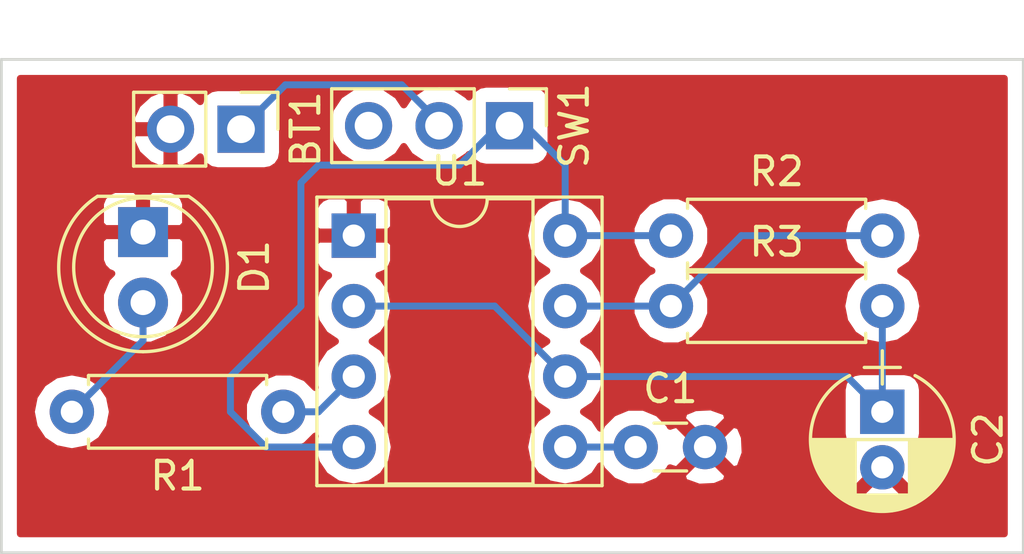
<source format=kicad_pcb>
(kicad_pcb (version 4) (host pcbnew 4.0.7-e2-6376~58~ubuntu16.04.1)

  (general
    (links 16)
    (no_connects 0)
    (area 145.999999 104.089999 182.930001 121.970001)
    (thickness 1.6)
    (drawings 5)
    (tracks 29)
    (zones 0)
    (modules 9)
    (nets 9)
  )

  (page A4)
  (layers
    (0 F.Cu signal)
    (31 B.Cu signal)
    (32 B.Adhes user)
    (33 F.Adhes user)
    (34 B.Paste user)
    (35 F.Paste user)
    (36 B.SilkS user)
    (37 F.SilkS user)
    (38 B.Mask user)
    (39 F.Mask user)
    (40 Dwgs.User user)
    (41 Cmts.User user)
    (42 Eco1.User user)
    (43 Eco2.User user)
    (44 Edge.Cuts user)
    (45 Margin user)
    (46 B.CrtYd user)
    (47 F.CrtYd user)
    (48 B.Fab user)
    (49 F.Fab user)
  )

  (setup
    (last_trace_width 0.25)
    (trace_clearance 0.2)
    (zone_clearance 0.508)
    (zone_45_only no)
    (trace_min 0.2)
    (segment_width 0.2)
    (edge_width 0.1)
    (via_size 0.6)
    (via_drill 0.4)
    (via_min_size 0.4)
    (via_min_drill 0.3)
    (uvia_size 0.3)
    (uvia_drill 0.1)
    (uvias_allowed no)
    (uvia_min_size 0.2)
    (uvia_min_drill 0.1)
    (pcb_text_width 0.3)
    (pcb_text_size 1.5 1.5)
    (mod_edge_width 0.15)
    (mod_text_size 1 1)
    (mod_text_width 0.15)
    (pad_size 1.5 1.5)
    (pad_drill 0.6)
    (pad_to_mask_clearance 0)
    (aux_axis_origin 0 0)
    (visible_elements FFFFFF7F)
    (pcbplotparams
      (layerselection 0x00030_80000001)
      (usegerberextensions false)
      (excludeedgelayer true)
      (linewidth 0.100000)
      (plotframeref false)
      (viasonmask false)
      (mode 1)
      (useauxorigin false)
      (hpglpennumber 1)
      (hpglpenspeed 20)
      (hpglpendiameter 15)
      (hpglpenoverlay 2)
      (psnegative false)
      (psa4output false)
      (plotreference true)
      (plotvalue true)
      (plotinvisibletext false)
      (padsonsilk false)
      (subtractmaskfromsilk false)
      (outputformat 1)
      (mirror false)
      (drillshape 1)
      (scaleselection 1)
      (outputdirectory ""))
  )

  (net 0 "")
  (net 1 "Net-(BT1-Pad1)")
  (net 2 "Net-(C1-Pad1)")
  (net 3 "Net-(C2-Pad1)")
  (net 4 "Net-(D1-Pad2)")
  (net 5 "Net-(R1-Pad1)")
  (net 6 "Net-(R2-Pad2)")
  (net 7 GND)
  (net 8 "Net-(R2-Pad1)")

  (net_class Default "This is the default net class."
    (clearance 0.2)
    (trace_width 0.25)
    (via_dia 0.6)
    (via_drill 0.4)
    (uvia_dia 0.3)
    (uvia_drill 0.1)
    (add_net GND)
    (add_net "Net-(BT1-Pad1)")
    (add_net "Net-(C1-Pad1)")
    (add_net "Net-(C2-Pad1)")
    (add_net "Net-(D1-Pad2)")
    (add_net "Net-(R1-Pad1)")
    (add_net "Net-(R2-Pad1)")
    (add_net "Net-(R2-Pad2)")
  )

  (module Pin_Headers:Pin_Header_Straight_1x02_Pitch2.54mm (layer F.Cu) (tedit 59650532) (tstamp 5A2075D7)
    (at 154.686 106.6546 270)
    (descr "Through hole straight pin header, 1x02, 2.54mm pitch, single row")
    (tags "Through hole pin header THT 1x02 2.54mm single row")
    (path /5A14F4EF)
    (fp_text reference BT1 (at 0 -2.33 270) (layer F.SilkS)
      (effects (font (size 1 1) (thickness 0.15)))
    )
    (fp_text value Battery (at 0 4.87 270) (layer F.Fab)
      (effects (font (size 1 1) (thickness 0.15)))
    )
    (fp_line (start -0.635 -1.27) (end 1.27 -1.27) (layer F.Fab) (width 0.1))
    (fp_line (start 1.27 -1.27) (end 1.27 3.81) (layer F.Fab) (width 0.1))
    (fp_line (start 1.27 3.81) (end -1.27 3.81) (layer F.Fab) (width 0.1))
    (fp_line (start -1.27 3.81) (end -1.27 -0.635) (layer F.Fab) (width 0.1))
    (fp_line (start -1.27 -0.635) (end -0.635 -1.27) (layer F.Fab) (width 0.1))
    (fp_line (start -1.33 3.87) (end 1.33 3.87) (layer F.SilkS) (width 0.12))
    (fp_line (start -1.33 1.27) (end -1.33 3.87) (layer F.SilkS) (width 0.12))
    (fp_line (start 1.33 1.27) (end 1.33 3.87) (layer F.SilkS) (width 0.12))
    (fp_line (start -1.33 1.27) (end 1.33 1.27) (layer F.SilkS) (width 0.12))
    (fp_line (start -1.33 0) (end -1.33 -1.33) (layer F.SilkS) (width 0.12))
    (fp_line (start -1.33 -1.33) (end 0 -1.33) (layer F.SilkS) (width 0.12))
    (fp_line (start -1.8 -1.8) (end -1.8 4.35) (layer F.CrtYd) (width 0.05))
    (fp_line (start -1.8 4.35) (end 1.8 4.35) (layer F.CrtYd) (width 0.05))
    (fp_line (start 1.8 4.35) (end 1.8 -1.8) (layer F.CrtYd) (width 0.05))
    (fp_line (start 1.8 -1.8) (end -1.8 -1.8) (layer F.CrtYd) (width 0.05))
    (fp_text user %R (at 0 1.27 360) (layer F.Fab)
      (effects (font (size 1 1) (thickness 0.15)))
    )
    (pad 1 thru_hole rect (at 0 0 270) (size 1.7 1.7) (drill 1) (layers *.Cu *.Mask)
      (net 1 "Net-(BT1-Pad1)"))
    (pad 2 thru_hole oval (at 0 2.54 270) (size 1.7 1.7) (drill 1) (layers *.Cu *.Mask)
      (net 7 GND))
    (model ${KISYS3DMOD}/Pin_Headers.3dshapes/Pin_Header_Straight_1x02_Pitch2.54mm.wrl
      (at (xyz 0 0 0))
      (scale (xyz 1 1 1))
      (rotate (xyz 0 0 0))
    )
  )

  (module Capacitors_THT:C_Disc_D3.0mm_W1.6mm_P2.50mm (layer F.Cu) (tedit 597BC7C2) (tstamp 5A2075DD)
    (at 168.91 118.11)
    (descr "C, Disc series, Radial, pin pitch=2.50mm, , diameter*width=3.0*1.6mm^2, Capacitor, http://www.vishay.com/docs/45233/krseries.pdf")
    (tags "C Disc series Radial pin pitch 2.50mm  diameter 3.0mm width 1.6mm Capacitor")
    (path /5A135734)
    (fp_text reference C1 (at 1.25 -2.11) (layer F.SilkS)
      (effects (font (size 1 1) (thickness 0.15)))
    )
    (fp_text value C (at 1.25 2.11) (layer F.Fab)
      (effects (font (size 1 1) (thickness 0.15)))
    )
    (fp_line (start -0.25 -0.8) (end -0.25 0.8) (layer F.Fab) (width 0.1))
    (fp_line (start -0.25 0.8) (end 2.75 0.8) (layer F.Fab) (width 0.1))
    (fp_line (start 2.75 0.8) (end 2.75 -0.8) (layer F.Fab) (width 0.1))
    (fp_line (start 2.75 -0.8) (end -0.25 -0.8) (layer F.Fab) (width 0.1))
    (fp_line (start 0.663 -0.861) (end 1.837 -0.861) (layer F.SilkS) (width 0.12))
    (fp_line (start 0.663 0.861) (end 1.837 0.861) (layer F.SilkS) (width 0.12))
    (fp_line (start -1.05 -1.15) (end -1.05 1.15) (layer F.CrtYd) (width 0.05))
    (fp_line (start -1.05 1.15) (end 3.55 1.15) (layer F.CrtYd) (width 0.05))
    (fp_line (start 3.55 1.15) (end 3.55 -1.15) (layer F.CrtYd) (width 0.05))
    (fp_line (start 3.55 -1.15) (end -1.05 -1.15) (layer F.CrtYd) (width 0.05))
    (fp_text user %R (at 1.25 0) (layer F.Fab)
      (effects (font (size 1 1) (thickness 0.15)))
    )
    (pad 1 thru_hole circle (at 0 0) (size 1.6 1.6) (drill 0.8) (layers *.Cu *.Mask)
      (net 2 "Net-(C1-Pad1)"))
    (pad 2 thru_hole circle (at 2.5 0) (size 1.6 1.6) (drill 0.8) (layers *.Cu *.Mask)
      (net 7 GND))
    (model ${KISYS3DMOD}/Capacitors_THT.3dshapes/C_Disc_D3.0mm_W1.6mm_P2.50mm.wrl
      (at (xyz 0 0 0))
      (scale (xyz 1 1 1))
      (rotate (xyz 0 0 0))
    )
  )

  (module Capacitors_THT:CP_Radial_D5.0mm_P2.00mm (layer F.Cu) (tedit 597BC7C2) (tstamp 5A2075E3)
    (at 177.8 116.84 270)
    (descr "CP, Radial series, Radial, pin pitch=2.00mm, , diameter=5mm, Electrolytic Capacitor")
    (tags "CP Radial series Radial pin pitch 2.00mm  diameter 5mm Electrolytic Capacitor")
    (path /5A1357A1)
    (fp_text reference C2 (at 1 -3.81 270) (layer F.SilkS)
      (effects (font (size 1 1) (thickness 0.15)))
    )
    (fp_text value CP (at 1 3.81 270) (layer F.Fab)
      (effects (font (size 1 1) (thickness 0.15)))
    )
    (fp_arc (start 1 0) (end -1.30558 -1.18) (angle 125.8) (layer F.SilkS) (width 0.12))
    (fp_arc (start 1 0) (end -1.30558 1.18) (angle -125.8) (layer F.SilkS) (width 0.12))
    (fp_arc (start 1 0) (end 3.30558 -1.18) (angle 54.2) (layer F.SilkS) (width 0.12))
    (fp_circle (center 1 0) (end 3.5 0) (layer F.Fab) (width 0.1))
    (fp_line (start -2.2 0) (end -1 0) (layer F.Fab) (width 0.1))
    (fp_line (start -1.6 -0.65) (end -1.6 0.65) (layer F.Fab) (width 0.1))
    (fp_line (start 1 -2.55) (end 1 2.55) (layer F.SilkS) (width 0.12))
    (fp_line (start 1.04 -2.55) (end 1.04 -0.98) (layer F.SilkS) (width 0.12))
    (fp_line (start 1.04 0.98) (end 1.04 2.55) (layer F.SilkS) (width 0.12))
    (fp_line (start 1.08 -2.549) (end 1.08 -0.98) (layer F.SilkS) (width 0.12))
    (fp_line (start 1.08 0.98) (end 1.08 2.549) (layer F.SilkS) (width 0.12))
    (fp_line (start 1.12 -2.548) (end 1.12 -0.98) (layer F.SilkS) (width 0.12))
    (fp_line (start 1.12 0.98) (end 1.12 2.548) (layer F.SilkS) (width 0.12))
    (fp_line (start 1.16 -2.546) (end 1.16 -0.98) (layer F.SilkS) (width 0.12))
    (fp_line (start 1.16 0.98) (end 1.16 2.546) (layer F.SilkS) (width 0.12))
    (fp_line (start 1.2 -2.543) (end 1.2 -0.98) (layer F.SilkS) (width 0.12))
    (fp_line (start 1.2 0.98) (end 1.2 2.543) (layer F.SilkS) (width 0.12))
    (fp_line (start 1.24 -2.539) (end 1.24 -0.98) (layer F.SilkS) (width 0.12))
    (fp_line (start 1.24 0.98) (end 1.24 2.539) (layer F.SilkS) (width 0.12))
    (fp_line (start 1.28 -2.535) (end 1.28 -0.98) (layer F.SilkS) (width 0.12))
    (fp_line (start 1.28 0.98) (end 1.28 2.535) (layer F.SilkS) (width 0.12))
    (fp_line (start 1.32 -2.531) (end 1.32 -0.98) (layer F.SilkS) (width 0.12))
    (fp_line (start 1.32 0.98) (end 1.32 2.531) (layer F.SilkS) (width 0.12))
    (fp_line (start 1.36 -2.525) (end 1.36 -0.98) (layer F.SilkS) (width 0.12))
    (fp_line (start 1.36 0.98) (end 1.36 2.525) (layer F.SilkS) (width 0.12))
    (fp_line (start 1.4 -2.519) (end 1.4 -0.98) (layer F.SilkS) (width 0.12))
    (fp_line (start 1.4 0.98) (end 1.4 2.519) (layer F.SilkS) (width 0.12))
    (fp_line (start 1.44 -2.513) (end 1.44 -0.98) (layer F.SilkS) (width 0.12))
    (fp_line (start 1.44 0.98) (end 1.44 2.513) (layer F.SilkS) (width 0.12))
    (fp_line (start 1.48 -2.506) (end 1.48 -0.98) (layer F.SilkS) (width 0.12))
    (fp_line (start 1.48 0.98) (end 1.48 2.506) (layer F.SilkS) (width 0.12))
    (fp_line (start 1.52 -2.498) (end 1.52 -0.98) (layer F.SilkS) (width 0.12))
    (fp_line (start 1.52 0.98) (end 1.52 2.498) (layer F.SilkS) (width 0.12))
    (fp_line (start 1.56 -2.489) (end 1.56 -0.98) (layer F.SilkS) (width 0.12))
    (fp_line (start 1.56 0.98) (end 1.56 2.489) (layer F.SilkS) (width 0.12))
    (fp_line (start 1.6 -2.48) (end 1.6 -0.98) (layer F.SilkS) (width 0.12))
    (fp_line (start 1.6 0.98) (end 1.6 2.48) (layer F.SilkS) (width 0.12))
    (fp_line (start 1.64 -2.47) (end 1.64 -0.98) (layer F.SilkS) (width 0.12))
    (fp_line (start 1.64 0.98) (end 1.64 2.47) (layer F.SilkS) (width 0.12))
    (fp_line (start 1.68 -2.46) (end 1.68 -0.98) (layer F.SilkS) (width 0.12))
    (fp_line (start 1.68 0.98) (end 1.68 2.46) (layer F.SilkS) (width 0.12))
    (fp_line (start 1.721 -2.448) (end 1.721 -0.98) (layer F.SilkS) (width 0.12))
    (fp_line (start 1.721 0.98) (end 1.721 2.448) (layer F.SilkS) (width 0.12))
    (fp_line (start 1.761 -2.436) (end 1.761 -0.98) (layer F.SilkS) (width 0.12))
    (fp_line (start 1.761 0.98) (end 1.761 2.436) (layer F.SilkS) (width 0.12))
    (fp_line (start 1.801 -2.424) (end 1.801 -0.98) (layer F.SilkS) (width 0.12))
    (fp_line (start 1.801 0.98) (end 1.801 2.424) (layer F.SilkS) (width 0.12))
    (fp_line (start 1.841 -2.41) (end 1.841 -0.98) (layer F.SilkS) (width 0.12))
    (fp_line (start 1.841 0.98) (end 1.841 2.41) (layer F.SilkS) (width 0.12))
    (fp_line (start 1.881 -2.396) (end 1.881 -0.98) (layer F.SilkS) (width 0.12))
    (fp_line (start 1.881 0.98) (end 1.881 2.396) (layer F.SilkS) (width 0.12))
    (fp_line (start 1.921 -2.382) (end 1.921 -0.98) (layer F.SilkS) (width 0.12))
    (fp_line (start 1.921 0.98) (end 1.921 2.382) (layer F.SilkS) (width 0.12))
    (fp_line (start 1.961 -2.366) (end 1.961 -0.98) (layer F.SilkS) (width 0.12))
    (fp_line (start 1.961 0.98) (end 1.961 2.366) (layer F.SilkS) (width 0.12))
    (fp_line (start 2.001 -2.35) (end 2.001 -0.98) (layer F.SilkS) (width 0.12))
    (fp_line (start 2.001 0.98) (end 2.001 2.35) (layer F.SilkS) (width 0.12))
    (fp_line (start 2.041 -2.333) (end 2.041 -0.98) (layer F.SilkS) (width 0.12))
    (fp_line (start 2.041 0.98) (end 2.041 2.333) (layer F.SilkS) (width 0.12))
    (fp_line (start 2.081 -2.315) (end 2.081 -0.98) (layer F.SilkS) (width 0.12))
    (fp_line (start 2.081 0.98) (end 2.081 2.315) (layer F.SilkS) (width 0.12))
    (fp_line (start 2.121 -2.296) (end 2.121 -0.98) (layer F.SilkS) (width 0.12))
    (fp_line (start 2.121 0.98) (end 2.121 2.296) (layer F.SilkS) (width 0.12))
    (fp_line (start 2.161 -2.276) (end 2.161 -0.98) (layer F.SilkS) (width 0.12))
    (fp_line (start 2.161 0.98) (end 2.161 2.276) (layer F.SilkS) (width 0.12))
    (fp_line (start 2.201 -2.256) (end 2.201 -0.98) (layer F.SilkS) (width 0.12))
    (fp_line (start 2.201 0.98) (end 2.201 2.256) (layer F.SilkS) (width 0.12))
    (fp_line (start 2.241 -2.234) (end 2.241 -0.98) (layer F.SilkS) (width 0.12))
    (fp_line (start 2.241 0.98) (end 2.241 2.234) (layer F.SilkS) (width 0.12))
    (fp_line (start 2.281 -2.212) (end 2.281 -0.98) (layer F.SilkS) (width 0.12))
    (fp_line (start 2.281 0.98) (end 2.281 2.212) (layer F.SilkS) (width 0.12))
    (fp_line (start 2.321 -2.189) (end 2.321 -0.98) (layer F.SilkS) (width 0.12))
    (fp_line (start 2.321 0.98) (end 2.321 2.189) (layer F.SilkS) (width 0.12))
    (fp_line (start 2.361 -2.165) (end 2.361 -0.98) (layer F.SilkS) (width 0.12))
    (fp_line (start 2.361 0.98) (end 2.361 2.165) (layer F.SilkS) (width 0.12))
    (fp_line (start 2.401 -2.14) (end 2.401 -0.98) (layer F.SilkS) (width 0.12))
    (fp_line (start 2.401 0.98) (end 2.401 2.14) (layer F.SilkS) (width 0.12))
    (fp_line (start 2.441 -2.113) (end 2.441 -0.98) (layer F.SilkS) (width 0.12))
    (fp_line (start 2.441 0.98) (end 2.441 2.113) (layer F.SilkS) (width 0.12))
    (fp_line (start 2.481 -2.086) (end 2.481 -0.98) (layer F.SilkS) (width 0.12))
    (fp_line (start 2.481 0.98) (end 2.481 2.086) (layer F.SilkS) (width 0.12))
    (fp_line (start 2.521 -2.058) (end 2.521 -0.98) (layer F.SilkS) (width 0.12))
    (fp_line (start 2.521 0.98) (end 2.521 2.058) (layer F.SilkS) (width 0.12))
    (fp_line (start 2.561 -2.028) (end 2.561 -0.98) (layer F.SilkS) (width 0.12))
    (fp_line (start 2.561 0.98) (end 2.561 2.028) (layer F.SilkS) (width 0.12))
    (fp_line (start 2.601 -1.997) (end 2.601 -0.98) (layer F.SilkS) (width 0.12))
    (fp_line (start 2.601 0.98) (end 2.601 1.997) (layer F.SilkS) (width 0.12))
    (fp_line (start 2.641 -1.965) (end 2.641 -0.98) (layer F.SilkS) (width 0.12))
    (fp_line (start 2.641 0.98) (end 2.641 1.965) (layer F.SilkS) (width 0.12))
    (fp_line (start 2.681 -1.932) (end 2.681 -0.98) (layer F.SilkS) (width 0.12))
    (fp_line (start 2.681 0.98) (end 2.681 1.932) (layer F.SilkS) (width 0.12))
    (fp_line (start 2.721 -1.897) (end 2.721 -0.98) (layer F.SilkS) (width 0.12))
    (fp_line (start 2.721 0.98) (end 2.721 1.897) (layer F.SilkS) (width 0.12))
    (fp_line (start 2.761 -1.861) (end 2.761 -0.98) (layer F.SilkS) (width 0.12))
    (fp_line (start 2.761 0.98) (end 2.761 1.861) (layer F.SilkS) (width 0.12))
    (fp_line (start 2.801 -1.823) (end 2.801 -0.98) (layer F.SilkS) (width 0.12))
    (fp_line (start 2.801 0.98) (end 2.801 1.823) (layer F.SilkS) (width 0.12))
    (fp_line (start 2.841 -1.783) (end 2.841 -0.98) (layer F.SilkS) (width 0.12))
    (fp_line (start 2.841 0.98) (end 2.841 1.783) (layer F.SilkS) (width 0.12))
    (fp_line (start 2.881 -1.742) (end 2.881 -0.98) (layer F.SilkS) (width 0.12))
    (fp_line (start 2.881 0.98) (end 2.881 1.742) (layer F.SilkS) (width 0.12))
    (fp_line (start 2.921 -1.699) (end 2.921 -0.98) (layer F.SilkS) (width 0.12))
    (fp_line (start 2.921 0.98) (end 2.921 1.699) (layer F.SilkS) (width 0.12))
    (fp_line (start 2.961 -1.654) (end 2.961 -0.98) (layer F.SilkS) (width 0.12))
    (fp_line (start 2.961 0.98) (end 2.961 1.654) (layer F.SilkS) (width 0.12))
    (fp_line (start 3.001 -1.606) (end 3.001 1.606) (layer F.SilkS) (width 0.12))
    (fp_line (start 3.041 -1.556) (end 3.041 1.556) (layer F.SilkS) (width 0.12))
    (fp_line (start 3.081 -1.504) (end 3.081 1.504) (layer F.SilkS) (width 0.12))
    (fp_line (start 3.121 -1.448) (end 3.121 1.448) (layer F.SilkS) (width 0.12))
    (fp_line (start 3.161 -1.39) (end 3.161 1.39) (layer F.SilkS) (width 0.12))
    (fp_line (start 3.201 -1.327) (end 3.201 1.327) (layer F.SilkS) (width 0.12))
    (fp_line (start 3.241 -1.261) (end 3.241 1.261) (layer F.SilkS) (width 0.12))
    (fp_line (start 3.281 -1.189) (end 3.281 1.189) (layer F.SilkS) (width 0.12))
    (fp_line (start 3.321 -1.112) (end 3.321 1.112) (layer F.SilkS) (width 0.12))
    (fp_line (start 3.361 -1.028) (end 3.361 1.028) (layer F.SilkS) (width 0.12))
    (fp_line (start 3.401 -0.934) (end 3.401 0.934) (layer F.SilkS) (width 0.12))
    (fp_line (start 3.441 -0.829) (end 3.441 0.829) (layer F.SilkS) (width 0.12))
    (fp_line (start 3.481 -0.707) (end 3.481 0.707) (layer F.SilkS) (width 0.12))
    (fp_line (start 3.521 -0.559) (end 3.521 0.559) (layer F.SilkS) (width 0.12))
    (fp_line (start 3.561 -0.354) (end 3.561 0.354) (layer F.SilkS) (width 0.12))
    (fp_line (start -2.2 0) (end -1 0) (layer F.SilkS) (width 0.12))
    (fp_line (start -1.6 -0.65) (end -1.6 0.65) (layer F.SilkS) (width 0.12))
    (fp_line (start -1.85 -2.85) (end -1.85 2.85) (layer F.CrtYd) (width 0.05))
    (fp_line (start -1.85 2.85) (end 3.85 2.85) (layer F.CrtYd) (width 0.05))
    (fp_line (start 3.85 2.85) (end 3.85 -2.85) (layer F.CrtYd) (width 0.05))
    (fp_line (start 3.85 -2.85) (end -1.85 -2.85) (layer F.CrtYd) (width 0.05))
    (fp_text user %R (at 1 0 270) (layer F.Fab)
      (effects (font (size 1 1) (thickness 0.15)))
    )
    (pad 1 thru_hole rect (at 0 0 270) (size 1.6 1.6) (drill 0.8) (layers *.Cu *.Mask)
      (net 3 "Net-(C2-Pad1)"))
    (pad 2 thru_hole circle (at 2 0 270) (size 1.6 1.6) (drill 0.8) (layers *.Cu *.Mask)
      (net 7 GND))
    (model ${KISYS3DMOD}/Capacitors_THT.3dshapes/CP_Radial_D5.0mm_P2.00mm.wrl
      (at (xyz 0 0 0))
      (scale (xyz 1 1 1))
      (rotate (xyz 0 0 0))
    )
  )

  (module LEDs:LED_D5.0mm_FlatTop (layer F.Cu) (tedit 5880A862) (tstamp 5A2075E9)
    (at 151.1554 110.363 270)
    (descr "LED, Round, FlatTop, diameter 5.0mm, 2 pins, http://www.kingbright.com/attachments/file/psearch/000/00/00/L-483GDT(Ver.15B).pdf")
    (tags "LED Round FlatTop diameter 5.0mm 2 pins")
    (path /5A1359DF)
    (fp_text reference D1 (at 1.27 -4.01 270) (layer F.SilkS)
      (effects (font (size 1 1) (thickness 0.15)))
    )
    (fp_text value LED (at 1.27 4.01 270) (layer F.Fab)
      (effects (font (size 1 1) (thickness 0.15)))
    )
    (fp_arc (start 1.27 0) (end -1.23 -1.566046) (angle 295.9) (layer F.Fab) (width 0.1))
    (fp_arc (start 1.27 0) (end -1.29 -1.639512) (angle 147.4) (layer F.SilkS) (width 0.12))
    (fp_arc (start 1.27 0) (end -1.29 1.639512) (angle -147.4) (layer F.SilkS) (width 0.12))
    (fp_circle (center 1.27 0) (end 3.77 0) (layer F.Fab) (width 0.1))
    (fp_circle (center 1.27 0) (end 3.77 0) (layer F.SilkS) (width 0.12))
    (fp_line (start -1.23 -1.566046) (end -1.23 1.566046) (layer F.Fab) (width 0.1))
    (fp_line (start -1.29 -1.64) (end -1.29 1.64) (layer F.SilkS) (width 0.12))
    (fp_line (start -2 -3.3) (end -2 3.3) (layer F.CrtYd) (width 0.05))
    (fp_line (start -2 3.3) (end 4.55 3.3) (layer F.CrtYd) (width 0.05))
    (fp_line (start 4.55 3.3) (end 4.55 -3.3) (layer F.CrtYd) (width 0.05))
    (fp_line (start 4.55 -3.3) (end -2 -3.3) (layer F.CrtYd) (width 0.05))
    (pad 1 thru_hole rect (at 0 0 270) (size 1.8 1.8) (drill 0.9) (layers *.Cu *.Mask)
      (net 7 GND))
    (pad 2 thru_hole circle (at 2.54 0 270) (size 1.8 1.8) (drill 0.9) (layers *.Cu *.Mask)
      (net 4 "Net-(D1-Pad2)"))
    (model ${KISYS3DMOD}/LEDs.3dshapes/LED_D5.0mm_FlatTop.wrl
      (at (xyz 0 0 0))
      (scale (xyz 0.393701 0.393701 0.393701))
      (rotate (xyz 0 0 0))
    )
  )

  (module Resistors_THT:R_Axial_DIN0207_L6.3mm_D2.5mm_P7.62mm_Horizontal (layer F.Cu) (tedit 5874F706) (tstamp 5A2075EF)
    (at 156.21 116.84 180)
    (descr "Resistor, Axial_DIN0207 series, Axial, Horizontal, pin pitch=7.62mm, 0.25W = 1/4W, length*diameter=6.3*2.5mm^2, http://cdn-reichelt.de/documents/datenblatt/B400/1_4W%23YAG.pdf")
    (tags "Resistor Axial_DIN0207 series Axial Horizontal pin pitch 7.62mm 0.25W = 1/4W length 6.3mm diameter 2.5mm")
    (path /5A1356A1)
    (fp_text reference R1 (at 3.81 -2.31 180) (layer F.SilkS)
      (effects (font (size 1 1) (thickness 0.15)))
    )
    (fp_text value R (at 3.81 2.31 180) (layer F.Fab)
      (effects (font (size 1 1) (thickness 0.15)))
    )
    (fp_line (start 0.66 -1.25) (end 0.66 1.25) (layer F.Fab) (width 0.1))
    (fp_line (start 0.66 1.25) (end 6.96 1.25) (layer F.Fab) (width 0.1))
    (fp_line (start 6.96 1.25) (end 6.96 -1.25) (layer F.Fab) (width 0.1))
    (fp_line (start 6.96 -1.25) (end 0.66 -1.25) (layer F.Fab) (width 0.1))
    (fp_line (start 0 0) (end 0.66 0) (layer F.Fab) (width 0.1))
    (fp_line (start 7.62 0) (end 6.96 0) (layer F.Fab) (width 0.1))
    (fp_line (start 0.6 -0.98) (end 0.6 -1.31) (layer F.SilkS) (width 0.12))
    (fp_line (start 0.6 -1.31) (end 7.02 -1.31) (layer F.SilkS) (width 0.12))
    (fp_line (start 7.02 -1.31) (end 7.02 -0.98) (layer F.SilkS) (width 0.12))
    (fp_line (start 0.6 0.98) (end 0.6 1.31) (layer F.SilkS) (width 0.12))
    (fp_line (start 0.6 1.31) (end 7.02 1.31) (layer F.SilkS) (width 0.12))
    (fp_line (start 7.02 1.31) (end 7.02 0.98) (layer F.SilkS) (width 0.12))
    (fp_line (start -1.05 -1.6) (end -1.05 1.6) (layer F.CrtYd) (width 0.05))
    (fp_line (start -1.05 1.6) (end 8.7 1.6) (layer F.CrtYd) (width 0.05))
    (fp_line (start 8.7 1.6) (end 8.7 -1.6) (layer F.CrtYd) (width 0.05))
    (fp_line (start 8.7 -1.6) (end -1.05 -1.6) (layer F.CrtYd) (width 0.05))
    (pad 1 thru_hole circle (at 0 0 180) (size 1.6 1.6) (drill 0.8) (layers *.Cu *.Mask)
      (net 5 "Net-(R1-Pad1)"))
    (pad 2 thru_hole oval (at 7.62 0 180) (size 1.6 1.6) (drill 0.8) (layers *.Cu *.Mask)
      (net 4 "Net-(D1-Pad2)"))
    (model ${KISYS3DMOD}/Resistors_THT.3dshapes/R_Axial_DIN0207_L6.3mm_D2.5mm_P7.62mm_Horizontal.wrl
      (at (xyz 0 0 0))
      (scale (xyz 0.393701 0.393701 0.393701))
      (rotate (xyz 0 0 0))
    )
  )

  (module Resistors_THT:R_Axial_DIN0207_L6.3mm_D2.5mm_P7.62mm_Horizontal (layer F.Cu) (tedit 5874F706) (tstamp 5A2075F5)
    (at 170.18 110.49)
    (descr "Resistor, Axial_DIN0207 series, Axial, Horizontal, pin pitch=7.62mm, 0.25W = 1/4W, length*diameter=6.3*2.5mm^2, http://cdn-reichelt.de/documents/datenblatt/B400/1_4W%23YAG.pdf")
    (tags "Resistor Axial_DIN0207 series Axial Horizontal pin pitch 7.62mm 0.25W = 1/4W length 6.3mm diameter 2.5mm")
    (path /5A135638)
    (fp_text reference R2 (at 3.81 -2.31) (layer F.SilkS)
      (effects (font (size 1 1) (thickness 0.15)))
    )
    (fp_text value R (at 3.81 2.31) (layer F.Fab)
      (effects (font (size 1 1) (thickness 0.15)))
    )
    (fp_line (start 0.66 -1.25) (end 0.66 1.25) (layer F.Fab) (width 0.1))
    (fp_line (start 0.66 1.25) (end 6.96 1.25) (layer F.Fab) (width 0.1))
    (fp_line (start 6.96 1.25) (end 6.96 -1.25) (layer F.Fab) (width 0.1))
    (fp_line (start 6.96 -1.25) (end 0.66 -1.25) (layer F.Fab) (width 0.1))
    (fp_line (start 0 0) (end 0.66 0) (layer F.Fab) (width 0.1))
    (fp_line (start 7.62 0) (end 6.96 0) (layer F.Fab) (width 0.1))
    (fp_line (start 0.6 -0.98) (end 0.6 -1.31) (layer F.SilkS) (width 0.12))
    (fp_line (start 0.6 -1.31) (end 7.02 -1.31) (layer F.SilkS) (width 0.12))
    (fp_line (start 7.02 -1.31) (end 7.02 -0.98) (layer F.SilkS) (width 0.12))
    (fp_line (start 0.6 0.98) (end 0.6 1.31) (layer F.SilkS) (width 0.12))
    (fp_line (start 0.6 1.31) (end 7.02 1.31) (layer F.SilkS) (width 0.12))
    (fp_line (start 7.02 1.31) (end 7.02 0.98) (layer F.SilkS) (width 0.12))
    (fp_line (start -1.05 -1.6) (end -1.05 1.6) (layer F.CrtYd) (width 0.05))
    (fp_line (start -1.05 1.6) (end 8.7 1.6) (layer F.CrtYd) (width 0.05))
    (fp_line (start 8.7 1.6) (end 8.7 -1.6) (layer F.CrtYd) (width 0.05))
    (fp_line (start 8.7 -1.6) (end -1.05 -1.6) (layer F.CrtYd) (width 0.05))
    (pad 1 thru_hole circle (at 0 0) (size 1.6 1.6) (drill 0.8) (layers *.Cu *.Mask)
      (net 8 "Net-(R2-Pad1)"))
    (pad 2 thru_hole oval (at 7.62 0) (size 1.6 1.6) (drill 0.8) (layers *.Cu *.Mask)
      (net 6 "Net-(R2-Pad2)"))
    (model ${KISYS3DMOD}/Resistors_THT.3dshapes/R_Axial_DIN0207_L6.3mm_D2.5mm_P7.62mm_Horizontal.wrl
      (at (xyz 0 0 0))
      (scale (xyz 0.393701 0.393701 0.393701))
      (rotate (xyz 0 0 0))
    )
  )

  (module Resistors_THT:R_Axial_DIN0207_L6.3mm_D2.5mm_P7.62mm_Horizontal (layer F.Cu) (tedit 5874F706) (tstamp 5A2075FB)
    (at 170.18 113.03)
    (descr "Resistor, Axial_DIN0207 series, Axial, Horizontal, pin pitch=7.62mm, 0.25W = 1/4W, length*diameter=6.3*2.5mm^2, http://cdn-reichelt.de/documents/datenblatt/B400/1_4W%23YAG.pdf")
    (tags "Resistor Axial_DIN0207 series Axial Horizontal pin pitch 7.62mm 0.25W = 1/4W length 6.3mm diameter 2.5mm")
    (path /5A1355AF)
    (fp_text reference R3 (at 3.81 -2.31) (layer F.SilkS)
      (effects (font (size 1 1) (thickness 0.15)))
    )
    (fp_text value R (at 3.81 2.31) (layer F.Fab)
      (effects (font (size 1 1) (thickness 0.15)))
    )
    (fp_line (start 0.66 -1.25) (end 0.66 1.25) (layer F.Fab) (width 0.1))
    (fp_line (start 0.66 1.25) (end 6.96 1.25) (layer F.Fab) (width 0.1))
    (fp_line (start 6.96 1.25) (end 6.96 -1.25) (layer F.Fab) (width 0.1))
    (fp_line (start 6.96 -1.25) (end 0.66 -1.25) (layer F.Fab) (width 0.1))
    (fp_line (start 0 0) (end 0.66 0) (layer F.Fab) (width 0.1))
    (fp_line (start 7.62 0) (end 6.96 0) (layer F.Fab) (width 0.1))
    (fp_line (start 0.6 -0.98) (end 0.6 -1.31) (layer F.SilkS) (width 0.12))
    (fp_line (start 0.6 -1.31) (end 7.02 -1.31) (layer F.SilkS) (width 0.12))
    (fp_line (start 7.02 -1.31) (end 7.02 -0.98) (layer F.SilkS) (width 0.12))
    (fp_line (start 0.6 0.98) (end 0.6 1.31) (layer F.SilkS) (width 0.12))
    (fp_line (start 0.6 1.31) (end 7.02 1.31) (layer F.SilkS) (width 0.12))
    (fp_line (start 7.02 1.31) (end 7.02 0.98) (layer F.SilkS) (width 0.12))
    (fp_line (start -1.05 -1.6) (end -1.05 1.6) (layer F.CrtYd) (width 0.05))
    (fp_line (start -1.05 1.6) (end 8.7 1.6) (layer F.CrtYd) (width 0.05))
    (fp_line (start 8.7 1.6) (end 8.7 -1.6) (layer F.CrtYd) (width 0.05))
    (fp_line (start 8.7 -1.6) (end -1.05 -1.6) (layer F.CrtYd) (width 0.05))
    (pad 1 thru_hole circle (at 0 0) (size 1.6 1.6) (drill 0.8) (layers *.Cu *.Mask)
      (net 6 "Net-(R2-Pad2)"))
    (pad 2 thru_hole oval (at 7.62 0) (size 1.6 1.6) (drill 0.8) (layers *.Cu *.Mask)
      (net 3 "Net-(C2-Pad1)"))
    (model ${KISYS3DMOD}/Resistors_THT.3dshapes/R_Axial_DIN0207_L6.3mm_D2.5mm_P7.62mm_Horizontal.wrl
      (at (xyz 0 0 0))
      (scale (xyz 0.393701 0.393701 0.393701))
      (rotate (xyz 0 0 0))
    )
  )

  (module Housings_DIP:DIP-8_W7.62mm_Socket (layer F.Cu) (tedit 59C78D6B) (tstamp 5A207607)
    (at 158.75 110.49)
    (descr "8-lead though-hole mounted DIP package, row spacing 7.62 mm (300 mils), Socket")
    (tags "THT DIP DIL PDIP 2.54mm 7.62mm 300mil Socket")
    (path /5A135556)
    (fp_text reference U1 (at 3.81 -2.33) (layer F.SilkS)
      (effects (font (size 1 1) (thickness 0.15)))
    )
    (fp_text value NE555 (at 3.81 9.95) (layer F.Fab)
      (effects (font (size 1 1) (thickness 0.15)))
    )
    (fp_arc (start 3.81 -1.33) (end 2.81 -1.33) (angle -180) (layer F.SilkS) (width 0.12))
    (fp_line (start 1.635 -1.27) (end 6.985 -1.27) (layer F.Fab) (width 0.1))
    (fp_line (start 6.985 -1.27) (end 6.985 8.89) (layer F.Fab) (width 0.1))
    (fp_line (start 6.985 8.89) (end 0.635 8.89) (layer F.Fab) (width 0.1))
    (fp_line (start 0.635 8.89) (end 0.635 -0.27) (layer F.Fab) (width 0.1))
    (fp_line (start 0.635 -0.27) (end 1.635 -1.27) (layer F.Fab) (width 0.1))
    (fp_line (start -1.27 -1.33) (end -1.27 8.95) (layer F.Fab) (width 0.1))
    (fp_line (start -1.27 8.95) (end 8.89 8.95) (layer F.Fab) (width 0.1))
    (fp_line (start 8.89 8.95) (end 8.89 -1.33) (layer F.Fab) (width 0.1))
    (fp_line (start 8.89 -1.33) (end -1.27 -1.33) (layer F.Fab) (width 0.1))
    (fp_line (start 2.81 -1.33) (end 1.16 -1.33) (layer F.SilkS) (width 0.12))
    (fp_line (start 1.16 -1.33) (end 1.16 8.95) (layer F.SilkS) (width 0.12))
    (fp_line (start 1.16 8.95) (end 6.46 8.95) (layer F.SilkS) (width 0.12))
    (fp_line (start 6.46 8.95) (end 6.46 -1.33) (layer F.SilkS) (width 0.12))
    (fp_line (start 6.46 -1.33) (end 4.81 -1.33) (layer F.SilkS) (width 0.12))
    (fp_line (start -1.33 -1.39) (end -1.33 9.01) (layer F.SilkS) (width 0.12))
    (fp_line (start -1.33 9.01) (end 8.95 9.01) (layer F.SilkS) (width 0.12))
    (fp_line (start 8.95 9.01) (end 8.95 -1.39) (layer F.SilkS) (width 0.12))
    (fp_line (start 8.95 -1.39) (end -1.33 -1.39) (layer F.SilkS) (width 0.12))
    (fp_line (start -1.55 -1.6) (end -1.55 9.2) (layer F.CrtYd) (width 0.05))
    (fp_line (start -1.55 9.2) (end 9.15 9.2) (layer F.CrtYd) (width 0.05))
    (fp_line (start 9.15 9.2) (end 9.15 -1.6) (layer F.CrtYd) (width 0.05))
    (fp_line (start 9.15 -1.6) (end -1.55 -1.6) (layer F.CrtYd) (width 0.05))
    (fp_text user %R (at 3.81 3.81) (layer F.Fab)
      (effects (font (size 1 1) (thickness 0.15)))
    )
    (pad 1 thru_hole rect (at 0 0) (size 1.6 1.6) (drill 0.8) (layers *.Cu *.Mask)
      (net 7 GND))
    (pad 5 thru_hole oval (at 7.62 7.62) (size 1.6 1.6) (drill 0.8) (layers *.Cu *.Mask)
      (net 2 "Net-(C1-Pad1)"))
    (pad 2 thru_hole oval (at 0 2.54) (size 1.6 1.6) (drill 0.8) (layers *.Cu *.Mask)
      (net 3 "Net-(C2-Pad1)"))
    (pad 6 thru_hole oval (at 7.62 5.08) (size 1.6 1.6) (drill 0.8) (layers *.Cu *.Mask)
      (net 3 "Net-(C2-Pad1)"))
    (pad 3 thru_hole oval (at 0 5.08) (size 1.6 1.6) (drill 0.8) (layers *.Cu *.Mask)
      (net 5 "Net-(R1-Pad1)"))
    (pad 7 thru_hole oval (at 7.62 2.54) (size 1.6 1.6) (drill 0.8) (layers *.Cu *.Mask)
      (net 6 "Net-(R2-Pad2)"))
    (pad 4 thru_hole oval (at 0 7.62) (size 1.6 1.6) (drill 0.8) (layers *.Cu *.Mask)
      (net 8 "Net-(R2-Pad1)"))
    (pad 8 thru_hole oval (at 7.62 0) (size 1.6 1.6) (drill 0.8) (layers *.Cu *.Mask)
      (net 8 "Net-(R2-Pad1)"))
    (model ${KISYS3DMOD}/Housings_DIP.3dshapes/DIP-8_W7.62mm_Socket.wrl
      (at (xyz 0 0 0))
      (scale (xyz 1 1 1))
      (rotate (xyz 0 0 0))
    )
  )

  (module Pin_Headers:Pin_Header_Straight_1x03_Pitch2.54mm (layer F.Cu) (tedit 59650532) (tstamp 5A71114B)
    (at 164.3634 106.5276 270)
    (descr "Through hole straight pin header, 1x03, 2.54mm pitch, single row")
    (tags "Through hole pin header THT 1x03 2.54mm single row")
    (path /5A7110A2)
    (fp_text reference SW1 (at 0 -2.33 270) (layer F.SilkS)
      (effects (font (size 1 1) (thickness 0.15)))
    )
    (fp_text value SW_DIP_x01 (at 0 7.41 270) (layer F.Fab)
      (effects (font (size 1 1) (thickness 0.15)))
    )
    (fp_line (start -0.635 -1.27) (end 1.27 -1.27) (layer F.Fab) (width 0.1))
    (fp_line (start 1.27 -1.27) (end 1.27 6.35) (layer F.Fab) (width 0.1))
    (fp_line (start 1.27 6.35) (end -1.27 6.35) (layer F.Fab) (width 0.1))
    (fp_line (start -1.27 6.35) (end -1.27 -0.635) (layer F.Fab) (width 0.1))
    (fp_line (start -1.27 -0.635) (end -0.635 -1.27) (layer F.Fab) (width 0.1))
    (fp_line (start -1.33 6.41) (end 1.33 6.41) (layer F.SilkS) (width 0.12))
    (fp_line (start -1.33 1.27) (end -1.33 6.41) (layer F.SilkS) (width 0.12))
    (fp_line (start 1.33 1.27) (end 1.33 6.41) (layer F.SilkS) (width 0.12))
    (fp_line (start -1.33 1.27) (end 1.33 1.27) (layer F.SilkS) (width 0.12))
    (fp_line (start -1.33 0) (end -1.33 -1.33) (layer F.SilkS) (width 0.12))
    (fp_line (start -1.33 -1.33) (end 0 -1.33) (layer F.SilkS) (width 0.12))
    (fp_line (start -1.8 -1.8) (end -1.8 6.85) (layer F.CrtYd) (width 0.05))
    (fp_line (start -1.8 6.85) (end 1.8 6.85) (layer F.CrtYd) (width 0.05))
    (fp_line (start 1.8 6.85) (end 1.8 -1.8) (layer F.CrtYd) (width 0.05))
    (fp_line (start 1.8 -1.8) (end -1.8 -1.8) (layer F.CrtYd) (width 0.05))
    (fp_text user %R (at 0 2.54 360) (layer F.Fab)
      (effects (font (size 1 1) (thickness 0.15)))
    )
    (pad 1 thru_hole rect (at 0 0 270) (size 1.7 1.7) (drill 1) (layers *.Cu *.Mask)
      (net 8 "Net-(R2-Pad1)"))
    (pad 2 thru_hole oval (at 0 2.54 270) (size 1.7 1.7) (drill 1) (layers *.Cu *.Mask)
      (net 1 "Net-(BT1-Pad1)"))
    (pad 3 thru_hole oval (at 0 5.08 270) (size 1.7 1.7) (drill 1) (layers *.Cu *.Mask))
    (model ${KISYS3DMOD}/Pin_Headers.3dshapes/Pin_Header_Straight_1x03_Pitch2.54mm.wrl
      (at (xyz 0 0 0))
      (scale (xyz 1 1 1))
      (rotate (xyz 0 0 0))
    )
  )

  (gr_line (start 182.88 121.92) (end 182.88 121.285) (angle 90) (layer Edge.Cuts) (width 0.1))
  (gr_line (start 146.05 121.92) (end 182.88 121.92) (angle 90) (layer Edge.Cuts) (width 0.1))
  (gr_line (start 146.05 104.14) (end 146.05 121.92) (angle 90) (layer Edge.Cuts) (width 0.1))
  (gr_line (start 182.88 104.14) (end 146.05 104.14) (angle 90) (layer Edge.Cuts) (width 0.1))
  (gr_line (start 182.88 121.285) (end 182.88 104.14) (angle 90) (layer Edge.Cuts) (width 0.1))

  (segment (start 161.8234 106.5276) (end 161.8234 106.4006) (width 0.25) (layer B.Cu) (net 1) (status C00000))
  (segment (start 161.8234 106.4006) (end 160.4772 105.0544) (width 0.25) (layer B.Cu) (net 1) (tstamp 5A7111C5) (status 400000))
  (segment (start 160.4772 105.0544) (end 156.2862 105.0544) (width 0.25) (layer B.Cu) (net 1) (tstamp 5A7111C6))
  (segment (start 156.2862 105.0544) (end 154.686 106.6546) (width 0.25) (layer B.Cu) (net 1) (tstamp 5A7111CB) (status 800000))
  (segment (start 168.91 118.11) (end 166.37 118.11) (width 0.25) (layer B.Cu) (net 2) (status C00000))
  (segment (start 177.8 116.84) (end 177.8 113.03) (width 0.25) (layer B.Cu) (net 3))
  (segment (start 166.37 115.57) (end 176.53 115.57) (width 0.25) (layer B.Cu) (net 3))
  (segment (start 176.53 115.57) (end 177.8 116.84) (width 0.25) (layer B.Cu) (net 3) (tstamp 5A207752))
  (segment (start 158.75 113.03) (end 163.83 113.03) (width 0.25) (layer B.Cu) (net 3))
  (segment (start 163.83 113.03) (end 166.37 115.57) (width 0.25) (layer B.Cu) (net 3) (tstamp 5A20774A))
  (segment (start 151.1554 112.903) (end 151.1554 114.2746) (width 0.25) (layer B.Cu) (net 4) (status 400000))
  (segment (start 151.1554 114.2746) (end 148.59 116.84) (width 0.25) (layer B.Cu) (net 4) (tstamp 5A7111D6) (status 800000))
  (segment (start 156.21 116.84) (end 157.48 116.84) (width 0.25) (layer B.Cu) (net 5))
  (segment (start 157.48 116.84) (end 158.75 115.57) (width 0.25) (layer B.Cu) (net 5) (tstamp 5A20776B))
  (segment (start 177.8 110.49) (end 172.72 110.49) (width 0.25) (layer B.Cu) (net 6))
  (segment (start 172.72 110.49) (end 170.18 113.03) (width 0.25) (layer B.Cu) (net 6) (tstamp 5A20775D))
  (segment (start 170.18 113.03) (end 166.37 113.03) (width 0.25) (layer B.Cu) (net 6) (tstamp 5A20775F))
  (segment (start 162.56 107.95) (end 163.83 106.68) (width 0.25) (layer B.Cu) (net 8) (tstamp 5A20778C))
  (segment (start 157.48 107.95) (end 162.56 107.95) (width 0.25) (layer B.Cu) (net 8) (tstamp 5A207789))
  (segment (start 156.845 108.585) (end 157.48 107.95) (width 0.25) (layer B.Cu) (net 8) (tstamp 5A207788))
  (segment (start 156.845 113.03) (end 156.845 108.585) (width 0.25) (layer B.Cu) (net 8) (tstamp 5A207785))
  (segment (start 154.305 115.57) (end 156.845 113.03) (width 0.25) (layer B.Cu) (net 8) (tstamp 5A207782))
  (segment (start 154.305 116.84) (end 154.305 115.57) (width 0.25) (layer B.Cu) (net 8) (tstamp 5A207781))
  (segment (start 163.83 106.68) (end 165.1 106.68) (width 0.25) (layer B.Cu) (net 8) (tstamp 5A207797))
  (segment (start 165.1 106.68) (end 166.37 107.95) (width 0.25) (layer B.Cu) (net 8) (tstamp 5A207798))
  (segment (start 155.575 118.11) (end 154.305 116.84) (width 0.25) (layer B.Cu) (net 8) (tstamp 5A20777C))
  (segment (start 158.75 118.11) (end 155.575 118.11) (width 0.25) (layer B.Cu) (net 8))
  (segment (start 166.37 107.95) (end 166.37 110.49) (width 0.25) (layer B.Cu) (net 8) (tstamp 5A20779E))
  (segment (start 170.18 110.49) (end 166.37 110.49) (width 0.25) (layer B.Cu) (net 8))

  (zone (net 7) (net_name GND) (layer F.Cu) (tstamp 5A2078FC) (hatch edge 0.508)
    (connect_pads (clearance 0.508))
    (min_thickness 0.254)
    (fill yes (arc_segments 16) (thermal_gap 0.508) (thermal_bridge_width 0.508))
    (polygon
      (pts
        (xy 146.05 104.775) (xy 146.05 121.92) (xy 182.88 121.92) (xy 182.88 104.14) (xy 146.05 104.14)
      )
    )
    (filled_polygon
      (pts
        (xy 182.195 121.235) (xy 146.735 121.235) (xy 146.735 119.847745) (xy 176.971861 119.847745) (xy 177.045995 120.093864)
        (xy 177.583223 120.286965) (xy 178.153454 120.259778) (xy 178.554005 120.093864) (xy 178.628139 119.847745) (xy 177.8 119.019605)
        (xy 176.971861 119.847745) (xy 146.735 119.847745) (xy 146.735 116.84) (xy 147.126887 116.84) (xy 147.23612 117.389151)
        (xy 147.547189 117.854698) (xy 148.012736 118.165767) (xy 148.561887 118.275) (xy 148.618113 118.275) (xy 149.167264 118.165767)
        (xy 149.632811 117.854698) (xy 149.94388 117.389151) (xy 149.996584 117.124187) (xy 154.774752 117.124187) (xy 154.992757 117.6518)
        (xy 155.396077 118.055824) (xy 155.923309 118.27475) (xy 156.494187 118.275248) (xy 157.0218 118.057243) (xy 157.36566 117.713982)
        (xy 157.286887 118.11) (xy 157.39612 118.659151) (xy 157.707189 119.124698) (xy 158.172736 119.435767) (xy 158.721887 119.545)
        (xy 158.778113 119.545) (xy 159.327264 119.435767) (xy 159.792811 119.124698) (xy 160.10388 118.659151) (xy 160.213113 118.11)
        (xy 160.10388 117.560849) (xy 159.792811 117.095302) (xy 159.410725 116.84) (xy 159.792811 116.584698) (xy 160.10388 116.119151)
        (xy 160.213113 115.57) (xy 160.10388 115.020849) (xy 159.792811 114.555302) (xy 159.410725 114.3) (xy 159.792811 114.044698)
        (xy 160.10388 113.579151) (xy 160.213113 113.03) (xy 160.10388 112.480849) (xy 159.792811 112.015302) (xy 159.657665 111.925)
        (xy 159.676309 111.925) (xy 159.909698 111.828327) (xy 160.088327 111.649699) (xy 160.185 111.41631) (xy 160.185 110.77575)
        (xy 160.02625 110.617) (xy 158.877 110.617) (xy 158.877 110.637) (xy 158.623 110.637) (xy 158.623 110.617)
        (xy 157.47375 110.617) (xy 157.315 110.77575) (xy 157.315 111.41631) (xy 157.411673 111.649699) (xy 157.590302 111.828327)
        (xy 157.823691 111.925) (xy 157.842335 111.925) (xy 157.707189 112.015302) (xy 157.39612 112.480849) (xy 157.286887 113.03)
        (xy 157.39612 113.579151) (xy 157.707189 114.044698) (xy 158.089275 114.3) (xy 157.707189 114.555302) (xy 157.39612 115.020849)
        (xy 157.286887 115.57) (xy 157.365782 115.966632) (xy 157.023923 115.624176) (xy 156.496691 115.40525) (xy 155.925813 115.404752)
        (xy 155.3982 115.622757) (xy 154.994176 116.026077) (xy 154.77525 116.553309) (xy 154.774752 117.124187) (xy 149.996584 117.124187)
        (xy 150.053113 116.84) (xy 149.94388 116.290849) (xy 149.632811 115.825302) (xy 149.167264 115.514233) (xy 148.618113 115.405)
        (xy 148.561887 115.405) (xy 148.012736 115.514233) (xy 147.547189 115.825302) (xy 147.23612 116.290849) (xy 147.126887 116.84)
        (xy 146.735 116.84) (xy 146.735 113.206991) (xy 149.620135 113.206991) (xy 149.853332 113.771371) (xy 150.284757 114.203551)
        (xy 150.84873 114.437733) (xy 151.459391 114.438265) (xy 152.023771 114.205068) (xy 152.455951 113.773643) (xy 152.690133 113.20967)
        (xy 152.690665 112.599009) (xy 152.457468 112.034629) (xy 152.280308 111.857159) (xy 152.415099 111.801327) (xy 152.593727 111.622698)
        (xy 152.6904 111.389309) (xy 152.6904 110.64875) (xy 152.53165 110.49) (xy 164.906887 110.49) (xy 165.01612 111.039151)
        (xy 165.327189 111.504698) (xy 165.709275 111.76) (xy 165.327189 112.015302) (xy 165.01612 112.480849) (xy 164.906887 113.03)
        (xy 165.01612 113.579151) (xy 165.327189 114.044698) (xy 165.709275 114.3) (xy 165.327189 114.555302) (xy 165.01612 115.020849)
        (xy 164.906887 115.57) (xy 165.01612 116.119151) (xy 165.327189 116.584698) (xy 165.709275 116.84) (xy 165.327189 117.095302)
        (xy 165.01612 117.560849) (xy 164.906887 118.11) (xy 165.01612 118.659151) (xy 165.327189 119.124698) (xy 165.792736 119.435767)
        (xy 166.341887 119.545) (xy 166.398113 119.545) (xy 166.947264 119.435767) (xy 167.412811 119.124698) (xy 167.637592 118.78829)
        (xy 167.692757 118.9218) (xy 168.096077 119.325824) (xy 168.623309 119.54475) (xy 169.194187 119.545248) (xy 169.7218 119.327243)
        (xy 169.931663 119.117745) (xy 170.581861 119.117745) (xy 170.655995 119.363864) (xy 171.193223 119.556965) (xy 171.763454 119.529778)
        (xy 172.164005 119.363864) (xy 172.238139 119.117745) (xy 171.41 118.289605) (xy 170.581861 119.117745) (xy 169.931663 119.117745)
        (xy 170.125824 118.923923) (xy 170.153423 118.857456) (xy 170.156136 118.864005) (xy 170.402255 118.938139) (xy 171.230395 118.11)
        (xy 171.589605 118.11) (xy 172.417745 118.938139) (xy 172.663864 118.864005) (xy 172.856965 118.326777) (xy 172.829778 117.756546)
        (xy 172.663864 117.355995) (xy 172.417745 117.281861) (xy 171.589605 118.11) (xy 171.230395 118.11) (xy 170.402255 117.281861)
        (xy 170.156136 117.355995) (xy 170.153804 117.362483) (xy 170.127243 117.2982) (xy 169.93164 117.102255) (xy 170.581861 117.102255)
        (xy 171.41 117.930395) (xy 172.238139 117.102255) (xy 172.164005 116.856136) (xy 171.626777 116.663035) (xy 171.056546 116.690222)
        (xy 170.655995 116.856136) (xy 170.581861 117.102255) (xy 169.93164 117.102255) (xy 169.723923 116.894176) (xy 169.196691 116.67525)
        (xy 168.625813 116.674752) (xy 168.0982 116.892757) (xy 167.694176 117.296077) (xy 167.637755 117.431954) (xy 167.412811 117.095302)
        (xy 167.030725 116.84) (xy 167.412811 116.584698) (xy 167.72388 116.119151) (xy 167.739624 116.04) (xy 176.35256 116.04)
        (xy 176.35256 117.64) (xy 176.396838 117.875317) (xy 176.53591 118.091441) (xy 176.542548 118.095977) (xy 176.353035 118.623223)
        (xy 176.380222 119.193454) (xy 176.546136 119.594005) (xy 176.792255 119.668139) (xy 177.620395 118.84) (xy 177.606252 118.825858)
        (xy 177.785858 118.646253) (xy 177.8 118.660395) (xy 177.814143 118.646253) (xy 177.993748 118.825858) (xy 177.979605 118.84)
        (xy 178.807745 119.668139) (xy 179.053864 119.594005) (xy 179.246965 119.056777) (xy 179.219778 118.486546) (xy 179.057616 118.095053)
        (xy 179.196431 117.89189) (xy 179.24744 117.64) (xy 179.24744 116.04) (xy 179.203162 115.804683) (xy 179.06409 115.588559)
        (xy 178.85189 115.443569) (xy 178.6 115.39256) (xy 177 115.39256) (xy 176.764683 115.436838) (xy 176.548559 115.57591)
        (xy 176.403569 115.78811) (xy 176.35256 116.04) (xy 167.739624 116.04) (xy 167.833113 115.57) (xy 167.72388 115.020849)
        (xy 167.412811 114.555302) (xy 167.030725 114.3) (xy 167.412811 114.044698) (xy 167.72388 113.579151) (xy 167.833113 113.03)
        (xy 167.72388 112.480849) (xy 167.412811 112.015302) (xy 167.030725 111.76) (xy 167.412811 111.504698) (xy 167.72388 111.039151)
        (xy 167.776584 110.774187) (xy 168.744752 110.774187) (xy 168.962757 111.3018) (xy 169.366077 111.705824) (xy 169.496215 111.759862)
        (xy 169.3682 111.812757) (xy 168.964176 112.216077) (xy 168.74525 112.743309) (xy 168.744752 113.314187) (xy 168.962757 113.8418)
        (xy 169.366077 114.245824) (xy 169.893309 114.46475) (xy 170.464187 114.465248) (xy 170.9918 114.247243) (xy 171.395824 113.843923)
        (xy 171.61475 113.316691) (xy 171.615248 112.745813) (xy 171.397243 112.2182) (xy 170.993923 111.814176) (xy 170.863785 111.760138)
        (xy 170.9918 111.707243) (xy 171.395824 111.303923) (xy 171.61475 110.776691) (xy 171.615 110.49) (xy 176.336887 110.49)
        (xy 176.44612 111.039151) (xy 176.757189 111.504698) (xy 177.139275 111.76) (xy 176.757189 112.015302) (xy 176.44612 112.480849)
        (xy 176.336887 113.03) (xy 176.44612 113.579151) (xy 176.757189 114.044698) (xy 177.222736 114.355767) (xy 177.771887 114.465)
        (xy 177.828113 114.465) (xy 178.377264 114.355767) (xy 178.842811 114.044698) (xy 179.15388 113.579151) (xy 179.263113 113.03)
        (xy 179.15388 112.480849) (xy 178.842811 112.015302) (xy 178.460725 111.76) (xy 178.842811 111.504698) (xy 179.15388 111.039151)
        (xy 179.263113 110.49) (xy 179.15388 109.940849) (xy 178.842811 109.475302) (xy 178.377264 109.164233) (xy 177.828113 109.055)
        (xy 177.771887 109.055) (xy 177.222736 109.164233) (xy 176.757189 109.475302) (xy 176.44612 109.940849) (xy 176.336887 110.49)
        (xy 171.615 110.49) (xy 171.615248 110.205813) (xy 171.397243 109.6782) (xy 170.993923 109.274176) (xy 170.466691 109.05525)
        (xy 169.895813 109.054752) (xy 169.3682 109.272757) (xy 168.964176 109.676077) (xy 168.74525 110.203309) (xy 168.744752 110.774187)
        (xy 167.776584 110.774187) (xy 167.833113 110.49) (xy 167.72388 109.940849) (xy 167.412811 109.475302) (xy 166.947264 109.164233)
        (xy 166.398113 109.055) (xy 166.341887 109.055) (xy 165.792736 109.164233) (xy 165.327189 109.475302) (xy 165.01612 109.940849)
        (xy 164.906887 110.49) (xy 152.53165 110.49) (xy 151.2824 110.49) (xy 151.2824 110.51) (xy 151.0284 110.51)
        (xy 151.0284 110.49) (xy 149.77915 110.49) (xy 149.6204 110.64875) (xy 149.6204 111.389309) (xy 149.717073 111.622698)
        (xy 149.895701 111.801327) (xy 150.030394 111.857119) (xy 149.854849 112.032357) (xy 149.620667 112.59633) (xy 149.620135 113.206991)
        (xy 146.735 113.206991) (xy 146.735 109.336691) (xy 149.6204 109.336691) (xy 149.6204 110.07725) (xy 149.77915 110.236)
        (xy 151.0284 110.236) (xy 151.0284 108.98675) (xy 151.2824 108.98675) (xy 151.2824 110.236) (xy 152.53165 110.236)
        (xy 152.6904 110.07725) (xy 152.6904 109.56369) (xy 157.315 109.56369) (xy 157.315 110.20425) (xy 157.47375 110.363)
        (xy 158.623 110.363) (xy 158.623 109.21375) (xy 158.877 109.21375) (xy 158.877 110.363) (xy 160.02625 110.363)
        (xy 160.185 110.20425) (xy 160.185 109.56369) (xy 160.088327 109.330301) (xy 159.909698 109.151673) (xy 159.676309 109.055)
        (xy 159.03575 109.055) (xy 158.877 109.21375) (xy 158.623 109.21375) (xy 158.46425 109.055) (xy 157.823691 109.055)
        (xy 157.590302 109.151673) (xy 157.411673 109.330301) (xy 157.315 109.56369) (xy 152.6904 109.56369) (xy 152.6904 109.336691)
        (xy 152.593727 109.103302) (xy 152.415099 108.924673) (xy 152.18171 108.828) (xy 151.44115 108.828) (xy 151.2824 108.98675)
        (xy 151.0284 108.98675) (xy 150.86965 108.828) (xy 150.12909 108.828) (xy 149.895701 108.924673) (xy 149.717073 109.103302)
        (xy 149.6204 109.336691) (xy 146.735 109.336691) (xy 146.735 107.011492) (xy 150.704514 107.011492) (xy 150.950817 107.535958)
        (xy 151.379076 107.926245) (xy 151.78911 108.096076) (xy 152.019 107.974755) (xy 152.019 106.7816) (xy 150.825181 106.7816)
        (xy 150.704514 107.011492) (xy 146.735 107.011492) (xy 146.735 106.297708) (xy 150.704514 106.297708) (xy 150.825181 106.5276)
        (xy 152.019 106.5276) (xy 152.019 105.334445) (xy 152.273 105.334445) (xy 152.273 106.5276) (xy 152.293 106.5276)
        (xy 152.293 106.7816) (xy 152.273 106.7816) (xy 152.273 107.974755) (xy 152.50289 108.096076) (xy 152.912924 107.926245)
        (xy 153.215937 107.650099) (xy 153.232838 107.739917) (xy 153.37191 107.956041) (xy 153.58411 108.101031) (xy 153.836 108.15204)
        (xy 155.536 108.15204) (xy 155.771317 108.107762) (xy 155.987441 107.96869) (xy 156.132431 107.75649) (xy 156.18344 107.5046)
        (xy 156.18344 106.498507) (xy 157.7984 106.498507) (xy 157.7984 106.556693) (xy 157.911439 107.124978) (xy 158.233346 107.606747)
        (xy 158.715115 107.928654) (xy 159.2834 108.041693) (xy 159.851685 107.928654) (xy 160.333454 107.606747) (xy 160.5534 107.277574)
        (xy 160.773346 107.606747) (xy 161.255115 107.928654) (xy 161.8234 108.041693) (xy 162.391685 107.928654) (xy 162.873454 107.606747)
        (xy 162.90125 107.565148) (xy 162.910238 107.612917) (xy 163.04931 107.829041) (xy 163.26151 107.974031) (xy 163.5134 108.02504)
        (xy 165.2134 108.02504) (xy 165.448717 107.980762) (xy 165.664841 107.84169) (xy 165.809831 107.62949) (xy 165.86084 107.3776)
        (xy 165.86084 105.6776) (xy 165.816562 105.442283) (xy 165.67749 105.226159) (xy 165.46529 105.081169) (xy 165.2134 105.03016)
        (xy 163.5134 105.03016) (xy 163.278083 105.074438) (xy 163.061959 105.21351) (xy 162.916969 105.42571) (xy 162.903314 105.493141)
        (xy 162.873454 105.448453) (xy 162.391685 105.126546) (xy 161.8234 105.013507) (xy 161.255115 105.126546) (xy 160.773346 105.448453)
        (xy 160.5534 105.777626) (xy 160.333454 105.448453) (xy 159.851685 105.126546) (xy 159.2834 105.013507) (xy 158.715115 105.126546)
        (xy 158.233346 105.448453) (xy 157.911439 105.930222) (xy 157.7984 106.498507) (xy 156.18344 106.498507) (xy 156.18344 105.8046)
        (xy 156.139162 105.569283) (xy 156.00009 105.353159) (xy 155.78789 105.208169) (xy 155.536 105.15716) (xy 153.836 105.15716)
        (xy 153.600683 105.201438) (xy 153.384559 105.34051) (xy 153.239569 105.55271) (xy 153.217699 105.660707) (xy 152.912924 105.382955)
        (xy 152.50289 105.213124) (xy 152.273 105.334445) (xy 152.019 105.334445) (xy 151.78911 105.213124) (xy 151.379076 105.382955)
        (xy 150.950817 105.773242) (xy 150.704514 106.297708) (xy 146.735 106.297708) (xy 146.735 104.825) (xy 182.195 104.825)
      )
    )
  )
)

</source>
